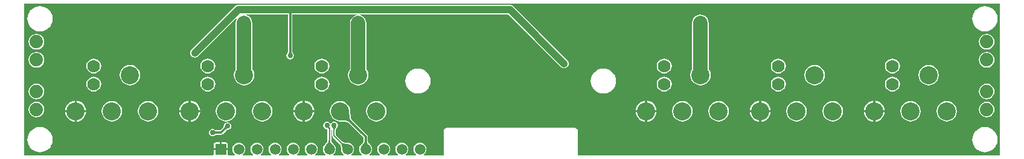
<source format=gtl>
G04 Layer_Physical_Order=1*
G04 Layer_Color=2232046*
%FSLAX25Y25*%
%MOIN*%
G70*
G01*
G75*
%ADD10C,0.00787*%
%ADD11C,0.07874*%
%ADD12C,0.03937*%
%ADD13C,0.01181*%
%ADD14C,0.07400*%
%ADD15C,0.05905*%
%ADD16R,0.05905X0.05905*%
%ADD17C,0.07000*%
%ADD18C,0.10000*%
%ADD19C,0.02953*%
G36*
X290605Y109440D02*
X290650Y109208D01*
X290723Y108969D01*
X290827Y108723D01*
X290960Y108471D01*
X291122Y108212D01*
X291314Y107947D01*
X291535Y107674D01*
X292067Y107109D01*
X287933D01*
X288214Y107395D01*
X288686Y107947D01*
X288878Y108212D01*
X289040Y108471D01*
X289173Y108723D01*
X289277Y108969D01*
X289350Y109208D01*
X289395Y109440D01*
X289409Y109665D01*
X290591D01*
X290605Y109440D01*
D02*
G37*
G36*
X270410Y109501D02*
X270461Y109291D01*
X270544Y109066D01*
X270661Y108828D01*
X270812Y108576D01*
X270996Y108310D01*
X271214Y108031D01*
X271749Y107430D01*
X272067Y107109D01*
X267933D01*
X268251Y107430D01*
X268786Y108031D01*
X269004Y108310D01*
X269188Y108576D01*
X269339Y108828D01*
X269456Y109066D01*
X269539Y109291D01*
X269590Y109501D01*
X269606Y109698D01*
X270394D01*
X270410Y109501D01*
D02*
G37*
G36*
X280908Y125149D02*
X281054Y123152D01*
X281147Y122606D01*
X281264Y122120D01*
X281403Y121693D01*
X281564Y121325D01*
X281748Y121018D01*
X281955Y120770D01*
X281120Y119935D01*
X280872Y120141D01*
X280564Y120326D01*
X280197Y120487D01*
X279770Y120626D01*
X279284Y120742D01*
X278737Y120836D01*
X278131Y120907D01*
X276741Y120981D01*
X275956Y120984D01*
X280905Y125934D01*
X280908Y125149D01*
D02*
G37*
G36*
X270004Y117404D02*
X269998Y117360D01*
X270001Y117313D01*
X270013Y117263D01*
X270034Y117209D01*
X270065Y117152D01*
X270105Y117092D01*
X270153Y117028D01*
X270211Y116962D01*
X270278Y116892D01*
X269722Y116335D01*
X269641Y116413D01*
X269493Y116541D01*
X269425Y116590D01*
X269361Y116630D01*
X269302Y116661D01*
X269246Y116683D01*
X269195Y116695D01*
X269149Y116697D01*
X269106Y116691D01*
X270019Y117445D01*
X270004Y117404D01*
D02*
G37*
G36*
X273549Y116930D02*
X273440Y116805D01*
X273344Y116679D01*
X273261Y116554D01*
X273191Y116428D01*
X273133Y116303D01*
X273089Y116178D01*
X273057Y116052D01*
X273037Y115927D01*
X273031Y115801D01*
X272243D01*
X272237Y115927D01*
X272218Y116052D01*
X272186Y116178D01*
X272141Y116303D01*
X272084Y116428D01*
X272013Y116554D01*
X271930Y116679D01*
X271834Y116805D01*
X271725Y116930D01*
X271604Y117056D01*
X273671D01*
X273549Y116930D01*
D02*
G37*
G36*
X640107Y101626D02*
X407137D01*
Y115157D01*
X407014Y115780D01*
X406661Y116307D01*
X406134Y116659D01*
X405512Y116783D01*
X334646D01*
X334023Y116659D01*
X333496Y116307D01*
X333144Y115780D01*
X333020Y115157D01*
Y101626D01*
X322260D01*
X322090Y102126D01*
X322534Y102466D01*
X323103Y103208D01*
X323461Y104073D01*
X323583Y105000D01*
X323461Y105927D01*
X323103Y106792D01*
X322534Y107534D01*
X321792Y108103D01*
X320927Y108461D01*
X320000Y108583D01*
X319073Y108461D01*
X318208Y108103D01*
X317466Y107534D01*
X316897Y106792D01*
X316539Y105927D01*
X316417Y105000D01*
X316539Y104073D01*
X316897Y103208D01*
X317466Y102466D01*
X317910Y102126D01*
X317740Y101626D01*
X312260D01*
X312090Y102126D01*
X312534Y102466D01*
X313103Y103208D01*
X313461Y104073D01*
X313583Y105000D01*
X313461Y105927D01*
X313103Y106792D01*
X312534Y107534D01*
X311792Y108103D01*
X310927Y108461D01*
X310000Y108583D01*
X309073Y108461D01*
X308208Y108103D01*
X307466Y107534D01*
X306897Y106792D01*
X306539Y105927D01*
X306417Y105000D01*
X306539Y104073D01*
X306897Y103208D01*
X307466Y102466D01*
X307910Y102126D01*
X307740Y101626D01*
X302260D01*
X302090Y102126D01*
X302534Y102466D01*
X303103Y103208D01*
X303461Y104073D01*
X303583Y105000D01*
X303461Y105927D01*
X303103Y106792D01*
X302534Y107534D01*
X301792Y108103D01*
X300927Y108461D01*
X300000Y108583D01*
X299073Y108461D01*
X298208Y108103D01*
X297466Y107534D01*
X296897Y106792D01*
X296539Y105927D01*
X296417Y105000D01*
X296539Y104073D01*
X296897Y103208D01*
X297466Y102466D01*
X297910Y102126D01*
X297740Y101626D01*
X292260D01*
X292090Y102126D01*
X292534Y102466D01*
X293103Y103208D01*
X293461Y104073D01*
X293583Y105000D01*
X293461Y105927D01*
X293103Y106792D01*
X292561Y107499D01*
X292540Y107554D01*
X292025Y108102D01*
X291830Y108342D01*
X291661Y108575D01*
X291523Y108796D01*
X291414Y109001D01*
X291334Y109192D01*
X291281Y109365D01*
X291251Y109522D01*
X291239Y109707D01*
X291214Y109757D01*
Y111890D01*
X291214Y111890D01*
X291122Y112354D01*
X290858Y112748D01*
X290858Y112748D01*
X282469Y121137D01*
X282454Y121186D01*
X282280Y121395D01*
X282142Y121624D01*
X282010Y121924D01*
X281889Y122296D01*
X281784Y122737D01*
X281699Y123231D01*
X281558Y125174D01*
X281555Y125937D01*
X281549Y125950D01*
X281554Y125984D01*
X281361Y127446D01*
X280797Y128808D01*
X279900Y129978D01*
X278730Y130876D01*
X277367Y131440D01*
X275905Y131633D01*
X274444Y131440D01*
X273081Y130876D01*
X271912Y129978D01*
X271014Y128808D01*
X270450Y127446D01*
X270257Y125984D01*
X270450Y124522D01*
X271014Y123160D01*
X271912Y121990D01*
X273081Y121093D01*
X274444Y120528D01*
X275905Y120336D01*
X275940Y120341D01*
X275953Y120335D01*
X276722Y120332D01*
X278076Y120260D01*
X278644Y120193D01*
X279153Y120106D01*
X279594Y120001D01*
X279965Y119880D01*
X280266Y119747D01*
X280495Y119610D01*
X280704Y119436D01*
X280752Y119421D01*
X288786Y111387D01*
Y109757D01*
X288761Y109707D01*
X288749Y109522D01*
X288719Y109365D01*
X288666Y109192D01*
X288586Y109001D01*
X288477Y108796D01*
X288339Y108575D01*
X288175Y108349D01*
X287735Y107834D01*
X287469Y107563D01*
X287448Y107510D01*
X286897Y106792D01*
X286539Y105927D01*
X286417Y105000D01*
X286539Y104073D01*
X286897Y103208D01*
X287466Y102466D01*
X287910Y102126D01*
X287740Y101626D01*
X282260D01*
X282090Y102126D01*
X282534Y102466D01*
X283103Y103208D01*
X283461Y104073D01*
X283583Y105000D01*
X283461Y105927D01*
X283103Y106792D01*
X282534Y107534D01*
X281792Y108103D01*
X280927Y108461D01*
X280026Y108580D01*
X279974Y108602D01*
X279539Y108604D01*
X278774Y108648D01*
X278462Y108687D01*
X278183Y108738D01*
X277945Y108798D01*
X277750Y108864D01*
X277598Y108934D01*
X277489Y109001D01*
X277375Y109097D01*
X277318Y109115D01*
X273650Y112782D01*
Y115707D01*
X273679Y115768D01*
X273684Y115861D01*
X273694Y115922D01*
X273710Y115988D01*
X273735Y116058D01*
X273770Y116134D01*
X273816Y116215D01*
X273873Y116302D01*
X273944Y116394D01*
X274028Y116491D01*
X274137Y116604D01*
X274150Y116637D01*
X274593Y117300D01*
X274754Y118110D01*
X274593Y118920D01*
X274134Y119607D01*
X273447Y120066D01*
X272637Y120227D01*
X271827Y120066D01*
X271140Y119607D01*
X270970Y119352D01*
X270368D01*
X270198Y119607D01*
X269511Y120066D01*
X268701Y120227D01*
X267891Y120066D01*
X267204Y119607D01*
X266745Y118920D01*
X266584Y118110D01*
X266745Y117300D01*
X267204Y116613D01*
X267891Y116154D01*
X268701Y115993D01*
X268987Y115758D01*
Y109807D01*
X268959Y109753D01*
X268947Y109605D01*
X268917Y109480D01*
X268859Y109324D01*
X268767Y109138D01*
X268642Y108928D01*
X268480Y108695D01*
X268287Y108447D01*
X267777Y107875D01*
X267472Y107566D01*
X267450Y107513D01*
X266897Y106792D01*
X266539Y105927D01*
X266417Y105000D01*
X266539Y104073D01*
X266897Y103208D01*
X267466Y102466D01*
X267910Y102126D01*
X267740Y101626D01*
X262260D01*
X262090Y102126D01*
X262534Y102466D01*
X263103Y103208D01*
X263461Y104073D01*
X263583Y105000D01*
X263461Y105927D01*
X263103Y106792D01*
X262534Y107534D01*
X261792Y108103D01*
X260927Y108461D01*
X260000Y108583D01*
X259073Y108461D01*
X258208Y108103D01*
X257466Y107534D01*
X256897Y106792D01*
X256539Y105927D01*
X256417Y105000D01*
X256539Y104073D01*
X256897Y103208D01*
X257466Y102466D01*
X257910Y102126D01*
X257740Y101626D01*
X252260D01*
X252090Y102126D01*
X252534Y102466D01*
X253103Y103208D01*
X253461Y104073D01*
X253583Y105000D01*
X253461Y105927D01*
X253103Y106792D01*
X252534Y107534D01*
X251792Y108103D01*
X250927Y108461D01*
X250000Y108583D01*
X249073Y108461D01*
X248208Y108103D01*
X247466Y107534D01*
X246897Y106792D01*
X246539Y105927D01*
X246417Y105000D01*
X246539Y104073D01*
X246897Y103208D01*
X247466Y102466D01*
X247910Y102126D01*
X247740Y101626D01*
X242260D01*
X242090Y102126D01*
X242534Y102466D01*
X243103Y103208D01*
X243461Y104073D01*
X243583Y105000D01*
X243461Y105927D01*
X243103Y106792D01*
X242534Y107534D01*
X241792Y108103D01*
X240927Y108461D01*
X240000Y108583D01*
X239073Y108461D01*
X238208Y108103D01*
X237466Y107534D01*
X236897Y106792D01*
X236539Y105927D01*
X236417Y105000D01*
X236539Y104073D01*
X236897Y103208D01*
X237466Y102466D01*
X237910Y102126D01*
X237740Y101626D01*
X232260D01*
X232090Y102126D01*
X232534Y102466D01*
X233103Y103208D01*
X233461Y104073D01*
X233583Y105000D01*
X233461Y105927D01*
X233103Y106792D01*
X232534Y107534D01*
X231792Y108103D01*
X230927Y108461D01*
X230000Y108583D01*
X229073Y108461D01*
X228208Y108103D01*
X227466Y107534D01*
X226897Y106792D01*
X226539Y105927D01*
X226417Y105000D01*
X226539Y104073D01*
X226897Y103208D01*
X227466Y102466D01*
X227910Y102126D01*
X227740Y101626D01*
X222260D01*
X222090Y102126D01*
X222534Y102466D01*
X223103Y103208D01*
X223461Y104073D01*
X223583Y105000D01*
X223461Y105927D01*
X223103Y106792D01*
X222534Y107534D01*
X221792Y108103D01*
X220927Y108461D01*
X220000Y108583D01*
X219073Y108461D01*
X218208Y108103D01*
X217466Y107534D01*
X216897Y106792D01*
X216539Y105927D01*
X216417Y105000D01*
X216539Y104073D01*
X216897Y103208D01*
X217466Y102466D01*
X217910Y102126D01*
X217740Y101626D01*
X214174D01*
X213756Y102047D01*
Y104409D01*
X206244D01*
Y102047D01*
X205826Y101626D01*
X101626D01*
Y185382D01*
X640107D01*
Y101626D01*
D02*
G37*
G36*
X271561Y115796D02*
X271624Y115663D01*
Y112363D01*
X271701Y111975D01*
X271921Y111646D01*
X275885Y107682D01*
X275903Y107625D01*
X275999Y107511D01*
X276066Y107402D01*
X276136Y107250D01*
X276202Y107055D01*
X276262Y106817D01*
X276313Y106538D01*
X276352Y106226D01*
X276396Y105461D01*
X276398Y105026D01*
X276420Y104974D01*
X276539Y104073D01*
X276897Y103208D01*
X277466Y102466D01*
X277910Y102126D01*
X277740Y101626D01*
X272260D01*
X272090Y102126D01*
X272534Y102466D01*
X273103Y103208D01*
X273461Y104073D01*
X273583Y105000D01*
X273461Y105927D01*
X273103Y106792D01*
X272550Y107513D01*
X272529Y107566D01*
X272222Y107875D01*
X271713Y108447D01*
X271520Y108695D01*
X271358Y108928D01*
X271233Y109138D01*
X271141Y109324D01*
X271083Y109480D01*
X271053Y109605D01*
X271041Y109753D01*
X271013Y109807D01*
Y115559D01*
X271036Y115613D01*
X271042Y115622D01*
X271082Y115663D01*
X271513Y115834D01*
X271561Y115796D01*
D02*
G37*
G36*
X277107Y108473D02*
X277292Y108360D01*
X277510Y108260D01*
X277761Y108175D01*
X278046Y108103D01*
X278364Y108045D01*
X278715Y108001D01*
X279519Y107955D01*
X279971Y107953D01*
X277047Y105029D01*
X277045Y105481D01*
X276999Y106285D01*
X276955Y106636D01*
X276897Y106955D01*
X276825Y107239D01*
X276740Y107490D01*
X276640Y107708D01*
X276527Y107893D01*
X276400Y108044D01*
X276956Y108600D01*
X277107Y108473D01*
D02*
G37*
%LPC*%
G36*
X232913Y131633D02*
X231452Y131440D01*
X230089Y130876D01*
X228919Y129978D01*
X228022Y128808D01*
X227457Y127446D01*
X227265Y125984D01*
X227457Y124522D01*
X228022Y123160D01*
X228919Y121990D01*
X230089Y121093D01*
X231452Y120528D01*
X232913Y120336D01*
X234375Y120528D01*
X235738Y121093D01*
X236907Y121990D01*
X237805Y123160D01*
X238369Y124522D01*
X238562Y125984D01*
X238369Y127446D01*
X237805Y128808D01*
X236907Y129978D01*
X235738Y130876D01*
X234375Y131440D01*
X232913Y131633D01*
D02*
G37*
G36*
X295905D02*
X294444Y131440D01*
X293081Y130876D01*
X291912Y129978D01*
X291014Y128808D01*
X290450Y127446D01*
X290257Y125984D01*
X290450Y124522D01*
X291014Y123160D01*
X291912Y121990D01*
X293081Y121093D01*
X294444Y120528D01*
X295905Y120336D01*
X297367Y120528D01*
X298730Y121093D01*
X299900Y121990D01*
X300797Y123160D01*
X301361Y124522D01*
X301554Y125984D01*
X301361Y127446D01*
X300797Y128808D01*
X299900Y129978D01*
X298730Y130876D01*
X297367Y131440D01*
X295905Y131633D01*
D02*
G37*
G36*
X464882D02*
X463420Y131440D01*
X462058Y130876D01*
X460888Y129978D01*
X459990Y128808D01*
X459426Y127446D01*
X459234Y125984D01*
X459426Y124522D01*
X459990Y123160D01*
X460888Y121990D01*
X462058Y121093D01*
X463420Y120528D01*
X464882Y120336D01*
X466344Y120528D01*
X467706Y121093D01*
X468876Y121990D01*
X469773Y123160D01*
X470338Y124522D01*
X470530Y125984D01*
X470338Y127446D01*
X469773Y128808D01*
X468876Y129978D01*
X467706Y130876D01*
X466344Y131440D01*
X464882Y131633D01*
D02*
G37*
G36*
X149921D02*
X148459Y131440D01*
X147097Y130876D01*
X145927Y129978D01*
X145030Y128808D01*
X144465Y127446D01*
X144273Y125984D01*
X144465Y124522D01*
X145030Y123160D01*
X145927Y121990D01*
X147097Y121093D01*
X148459Y120528D01*
X149921Y120336D01*
X151383Y120528D01*
X152745Y121093D01*
X153915Y121990D01*
X154813Y123160D01*
X155377Y124522D01*
X155570Y125984D01*
X155377Y127446D01*
X154813Y128808D01*
X153915Y129978D01*
X152745Y130876D01*
X151383Y131440D01*
X149921Y131633D01*
D02*
G37*
G36*
X576626Y125394D02*
X571457D01*
Y120225D01*
X572377Y120346D01*
X573785Y120929D01*
X574994Y121857D01*
X575921Y123066D01*
X576505Y124473D01*
X576626Y125394D01*
D02*
G37*
G36*
X212913Y131633D02*
X211452Y131440D01*
X210089Y130876D01*
X208919Y129978D01*
X208022Y128808D01*
X207457Y127446D01*
X207265Y125984D01*
X207457Y124522D01*
X208022Y123160D01*
X208919Y121990D01*
X210089Y121093D01*
X211452Y120528D01*
X212913Y120336D01*
X214375Y120528D01*
X215738Y121093D01*
X216907Y121990D01*
X217805Y123160D01*
X218369Y124522D01*
X218562Y125984D01*
X218369Y127446D01*
X217805Y128808D01*
X216907Y129978D01*
X215738Y130876D01*
X214375Y131440D01*
X212913Y131633D01*
D02*
G37*
G36*
X169921D02*
X168459Y131440D01*
X167097Y130876D01*
X165927Y129978D01*
X165030Y128808D01*
X164465Y127446D01*
X164273Y125984D01*
X164465Y124522D01*
X165030Y123160D01*
X165927Y121990D01*
X167097Y121093D01*
X168459Y120528D01*
X169921Y120336D01*
X171383Y120528D01*
X172745Y121093D01*
X173915Y121990D01*
X174813Y123160D01*
X175377Y124522D01*
X175570Y125984D01*
X175377Y127446D01*
X174813Y128808D01*
X173915Y129978D01*
X172745Y130876D01*
X171383Y131440D01*
X169921Y131633D01*
D02*
G37*
G36*
X484882D02*
X483420Y131440D01*
X482058Y130876D01*
X480888Y129978D01*
X479990Y128808D01*
X479426Y127446D01*
X479234Y125984D01*
X479426Y124522D01*
X479990Y123160D01*
X480888Y121990D01*
X482058Y121093D01*
X483420Y120528D01*
X484882Y120336D01*
X486344Y120528D01*
X487706Y121093D01*
X488876Y121990D01*
X489774Y123160D01*
X490338Y124522D01*
X490530Y125984D01*
X490338Y127446D01*
X489774Y128808D01*
X488876Y129978D01*
X487706Y130876D01*
X486344Y131440D01*
X484882Y131633D01*
D02*
G37*
G36*
X108268Y131227D02*
X107145Y131079D01*
X106099Y130646D01*
X105201Y129956D01*
X104512Y129058D01*
X104078Y128012D01*
X103931Y126890D01*
X104078Y125767D01*
X104512Y124721D01*
X105201Y123823D01*
X106099Y123134D01*
X107145Y122700D01*
X108268Y122553D01*
X109390Y122700D01*
X110436Y123134D01*
X111335Y123823D01*
X112024Y124721D01*
X112457Y125767D01*
X112605Y126890D01*
X112457Y128012D01*
X112024Y129058D01*
X111335Y129956D01*
X110436Y130646D01*
X109390Y131079D01*
X108268Y131227D01*
D02*
G37*
G36*
X632874D02*
X631751Y131079D01*
X630705Y130646D01*
X629807Y129956D01*
X629118Y129058D01*
X628685Y128012D01*
X628537Y126890D01*
X628685Y125767D01*
X629118Y124721D01*
X629807Y123823D01*
X630705Y123134D01*
X631751Y122700D01*
X632874Y122553D01*
X633996Y122700D01*
X635043Y123134D01*
X635941Y123823D01*
X636630Y124721D01*
X637063Y125767D01*
X637211Y126890D01*
X637063Y128012D01*
X636630Y129058D01*
X635941Y129956D01*
X635043Y130646D01*
X633996Y131079D01*
X632874Y131227D01*
D02*
G37*
G36*
X507283Y131744D02*
X506363Y131623D01*
X504955Y131040D01*
X503746Y130112D01*
X502819Y128903D01*
X502236Y127495D01*
X502114Y126575D01*
X507283D01*
Y131744D01*
D02*
G37*
G36*
X610866Y131633D02*
X609404Y131440D01*
X608042Y130876D01*
X606872Y129978D01*
X605974Y128808D01*
X605410Y127446D01*
X605218Y125984D01*
X605410Y124522D01*
X605974Y123160D01*
X606872Y121990D01*
X608042Y121093D01*
X609404Y120528D01*
X610866Y120336D01*
X612328Y120528D01*
X613690Y121093D01*
X614860Y121990D01*
X615758Y123160D01*
X616322Y124522D01*
X616514Y125984D01*
X616322Y127446D01*
X615758Y128808D01*
X614860Y129978D01*
X613690Y130876D01*
X612328Y131440D01*
X610866Y131633D01*
D02*
G37*
G36*
X527874D02*
X526412Y131440D01*
X525050Y130876D01*
X523880Y129978D01*
X522982Y128808D01*
X522418Y127446D01*
X522226Y125984D01*
X522418Y124522D01*
X522982Y123160D01*
X523880Y121990D01*
X525050Y121093D01*
X526412Y120528D01*
X527874Y120336D01*
X529336Y120528D01*
X530698Y121093D01*
X531868Y121990D01*
X532766Y123160D01*
X533330Y124522D01*
X533522Y125984D01*
X533330Y127446D01*
X532766Y128808D01*
X531868Y129978D01*
X530698Y130876D01*
X529336Y131440D01*
X527874Y131633D01*
D02*
G37*
G36*
X547874D02*
X546412Y131440D01*
X545050Y130876D01*
X543880Y129978D01*
X542982Y128808D01*
X542418Y127446D01*
X542226Y125984D01*
X542418Y124522D01*
X542982Y123160D01*
X543880Y121990D01*
X545050Y121093D01*
X546412Y120528D01*
X547874Y120336D01*
X549336Y120528D01*
X550698Y121093D01*
X551868Y121990D01*
X552766Y123160D01*
X553330Y124522D01*
X553522Y125984D01*
X553330Y127446D01*
X552766Y128808D01*
X551868Y129978D01*
X550698Y130876D01*
X549336Y131440D01*
X547874Y131633D01*
D02*
G37*
G36*
X590866D02*
X589404Y131440D01*
X588042Y130876D01*
X586872Y129978D01*
X585975Y128808D01*
X585410Y127446D01*
X585218Y125984D01*
X585410Y124522D01*
X585975Y123160D01*
X586872Y121990D01*
X588042Y121093D01*
X589404Y120528D01*
X590866Y120336D01*
X592328Y120528D01*
X593690Y121093D01*
X594860Y121990D01*
X595758Y123160D01*
X596322Y124522D01*
X596515Y125984D01*
X596322Y127446D01*
X595758Y128808D01*
X594860Y129978D01*
X593690Y130876D01*
X592328Y131440D01*
X590866Y131633D01*
D02*
G37*
G36*
X507283Y125394D02*
X502114D01*
X502236Y124473D01*
X502819Y123066D01*
X503746Y121857D01*
X504955Y120929D01*
X506363Y120346D01*
X507283Y120225D01*
Y125394D01*
D02*
G37*
G36*
X631890Y117215D02*
X631858Y117202D01*
X631826Y117212D01*
X630591Y117091D01*
X630533Y117059D01*
X630466Y117066D01*
X629279Y116706D01*
X629227Y116663D01*
X629161Y116657D01*
X628067Y116072D01*
X628025Y116021D01*
X627961Y116001D01*
X627002Y115214D01*
X626971Y115155D01*
X626912Y115124D01*
X626125Y114165D01*
X626105Y114101D01*
X626054Y114059D01*
X625469Y112965D01*
X625463Y112898D01*
X625420Y112847D01*
X625060Y111660D01*
X625067Y111593D01*
X625035Y111535D01*
X624914Y110300D01*
X624933Y110236D01*
X624914Y110173D01*
X625035Y108938D01*
X625067Y108879D01*
X625060Y108813D01*
X625420Y107625D01*
X625463Y107574D01*
X625469Y107508D01*
X626054Y106413D01*
X626105Y106371D01*
X626125Y106308D01*
X626912Y105349D01*
X626971Y105317D01*
X627002Y105258D01*
X627961Y104471D01*
X628025Y104452D01*
X628067Y104401D01*
X629161Y103816D01*
X629227Y103809D01*
X629279Y103767D01*
X630466Y103407D01*
X630533Y103413D01*
X630591Y103382D01*
X631826Y103260D01*
X631858Y103270D01*
X631890Y103257D01*
X631921Y103270D01*
X631953Y103260D01*
X633188Y103382D01*
X633247Y103413D01*
X633313Y103407D01*
X634501Y103767D01*
X634552Y103809D01*
X634618Y103816D01*
X635712Y104401D01*
X635755Y104452D01*
X635818Y104471D01*
X636777Y105258D01*
X636809Y105317D01*
X636868Y105349D01*
X637655Y106308D01*
X637674Y106371D01*
X637725Y106413D01*
X638310Y107508D01*
X638317Y107574D01*
X638359Y107625D01*
X638719Y108813D01*
X638713Y108879D01*
X638744Y108938D01*
X638866Y110173D01*
X638846Y110236D01*
X638866Y110300D01*
X638744Y111535D01*
X638713Y111593D01*
X638719Y111660D01*
X638359Y112847D01*
X638317Y112898D01*
X638310Y112965D01*
X637725Y114059D01*
X637674Y114101D01*
X637655Y114165D01*
X636868Y115124D01*
X636809Y115155D01*
X636777Y115214D01*
X635818Y116001D01*
X635755Y116021D01*
X635712Y116072D01*
X634618Y116657D01*
X634552Y116663D01*
X634501Y116706D01*
X633313Y117066D01*
X633247Y117059D01*
X633188Y117091D01*
X631953Y117212D01*
X631921Y117202D01*
X631890Y117215D01*
D02*
G37*
G36*
X570276Y125394D02*
X565106D01*
X565228Y124473D01*
X565811Y123066D01*
X566739Y121857D01*
X567947Y120929D01*
X569355Y120346D01*
X570276Y120225D01*
Y125394D01*
D02*
G37*
G36*
X513634Y125394D02*
X508464D01*
Y120225D01*
X509385Y120346D01*
X510793Y120929D01*
X512002Y121857D01*
X512929Y123066D01*
X513513Y124473D01*
X513634Y125394D01*
D02*
G37*
G36*
X110236Y117215D02*
X110205Y117202D01*
X110173Y117212D01*
X108938Y117091D01*
X108879Y117059D01*
X108813Y117066D01*
X107625Y116706D01*
X107574Y116663D01*
X107508Y116657D01*
X106413Y116072D01*
X106371Y116021D01*
X106308Y116001D01*
X105349Y115214D01*
X105317Y115155D01*
X105258Y115124D01*
X104471Y114165D01*
X104452Y114101D01*
X104401Y114059D01*
X103816Y112965D01*
X103809Y112898D01*
X103767Y112847D01*
X103407Y111660D01*
X103413Y111593D01*
X103382Y111535D01*
X103260Y110300D01*
X103279Y110236D01*
X103260Y110173D01*
X103382Y108938D01*
X103413Y108879D01*
X103407Y108813D01*
X103767Y107625D01*
X103809Y107574D01*
X103816Y107508D01*
X104401Y106413D01*
X104452Y106371D01*
X104471Y106308D01*
X105258Y105349D01*
X105317Y105317D01*
X105349Y105258D01*
X106308Y104471D01*
X106371Y104452D01*
X106413Y104401D01*
X107508Y103816D01*
X107574Y103809D01*
X107625Y103767D01*
X108813Y103407D01*
X108879Y103413D01*
X108938Y103382D01*
X110173Y103260D01*
X110205Y103270D01*
X110236Y103257D01*
X110267Y103270D01*
X110300Y103260D01*
X111535Y103382D01*
X111593Y103413D01*
X111660Y103407D01*
X112847Y103767D01*
X112898Y103809D01*
X112965Y103816D01*
X114059Y104401D01*
X114101Y104452D01*
X114165Y104471D01*
X115124Y105258D01*
X115155Y105317D01*
X115214Y105349D01*
X116001Y106308D01*
X116021Y106371D01*
X116072Y106413D01*
X116657Y107508D01*
X116663Y107574D01*
X116706Y107625D01*
X117066Y108813D01*
X117059Y108879D01*
X117091Y108938D01*
X117212Y110173D01*
X117193Y110236D01*
X117212Y110300D01*
X117091Y111535D01*
X117059Y111593D01*
X117066Y111660D01*
X116706Y112847D01*
X116663Y112898D01*
X116657Y112965D01*
X116072Y114059D01*
X116021Y114101D01*
X116001Y114165D01*
X115214Y115124D01*
X115155Y115155D01*
X115124Y115214D01*
X114165Y116001D01*
X114101Y116021D01*
X114059Y116072D01*
X112965Y116657D01*
X112898Y116663D01*
X112847Y116706D01*
X111660Y117066D01*
X111593Y117059D01*
X111535Y117091D01*
X110300Y117212D01*
X110267Y117202D01*
X110236Y117215D01*
D02*
G37*
G36*
X209409Y108756D02*
X207047D01*
X206740Y108695D01*
X206480Y108520D01*
X206306Y108260D01*
X206244Y107953D01*
Y105591D01*
X209409D01*
Y108756D01*
D02*
G37*
G36*
X212953D02*
X210591D01*
Y105591D01*
X213756D01*
Y107953D01*
X213695Y108260D01*
X213520Y108520D01*
X213260Y108695D01*
X212953Y108756D01*
D02*
G37*
G36*
X213779Y119833D02*
X212969Y119672D01*
X212282Y119213D01*
X211823Y118526D01*
X211671Y117761D01*
X211654Y117723D01*
X211651Y117629D01*
X211643Y117565D01*
X211629Y117501D01*
X211610Y117438D01*
X211583Y117373D01*
X211549Y117306D01*
X211507Y117236D01*
X211455Y117163D01*
X211392Y117088D01*
X211306Y116996D01*
X211283Y116937D01*
X209733Y115387D01*
X207828D01*
X207770Y115413D01*
X207644Y115417D01*
X207547Y115426D01*
X207458Y115440D01*
X207379Y115460D01*
X207307Y115483D01*
X207243Y115510D01*
X207184Y115542D01*
X207130Y115577D01*
X207079Y115617D01*
X207010Y115681D01*
X206971Y115696D01*
X206322Y116129D01*
X205512Y116290D01*
X204702Y116129D01*
X204015Y115670D01*
X203556Y114983D01*
X203395Y114173D01*
X203556Y113363D01*
X204015Y112676D01*
X204702Y112217D01*
X205512Y112056D01*
X206322Y112217D01*
X206971Y112651D01*
X207010Y112665D01*
X207079Y112730D01*
X207130Y112770D01*
X207184Y112805D01*
X207243Y112836D01*
X207307Y112863D01*
X207379Y112887D01*
X207458Y112906D01*
X207547Y112920D01*
X207644Y112930D01*
X207770Y112934D01*
X207828Y112959D01*
X210236D01*
X210236Y112959D01*
X210701Y113052D01*
X211095Y113315D01*
X213000Y115220D01*
X213059Y115243D01*
X213151Y115329D01*
X213226Y115392D01*
X213299Y115444D01*
X213369Y115486D01*
X213436Y115520D01*
X213501Y115547D01*
X213564Y115566D01*
X213628Y115580D01*
X213692Y115588D01*
X213786Y115591D01*
X213825Y115608D01*
X214589Y115760D01*
X215276Y116219D01*
X215735Y116906D01*
X215896Y117716D01*
X215735Y118526D01*
X215276Y119213D01*
X214589Y119672D01*
X213779Y119833D01*
D02*
G37*
G36*
X192323Y125394D02*
X187154D01*
X187275Y124473D01*
X187858Y123066D01*
X188786Y121857D01*
X189995Y120929D01*
X191403Y120346D01*
X192323Y120225D01*
Y125394D01*
D02*
G37*
G36*
X444291Y125394D02*
X439122D01*
X439244Y124473D01*
X439827Y123066D01*
X440754Y121857D01*
X441963Y120929D01*
X443371Y120346D01*
X444291Y120225D01*
Y125394D01*
D02*
G37*
G36*
X198673Y125394D02*
X193504D01*
Y120225D01*
X194424Y120346D01*
X195832Y120929D01*
X197041Y121857D01*
X197969Y123066D01*
X198552Y124473D01*
X198673Y125394D01*
D02*
G37*
G36*
X261665D02*
X256496D01*
Y120225D01*
X257416Y120346D01*
X258824Y120929D01*
X260033Y121857D01*
X260961Y123066D01*
X261544Y124473D01*
X261665Y125394D01*
D02*
G37*
G36*
X135681Y125394D02*
X130512D01*
Y120225D01*
X131432Y120346D01*
X132840Y120929D01*
X134049Y121857D01*
X134976Y123066D01*
X135560Y124473D01*
X135681Y125394D01*
D02*
G37*
G36*
X255315Y125394D02*
X250146D01*
X250267Y124473D01*
X250850Y123066D01*
X251778Y121857D01*
X252987Y120929D01*
X254395Y120346D01*
X255315Y120225D01*
Y125394D01*
D02*
G37*
G36*
X450641Y125394D02*
X445472D01*
Y120225D01*
X446393Y120346D01*
X447801Y120929D01*
X449010Y121857D01*
X449937Y123066D01*
X450520Y124473D01*
X450641Y125394D01*
D02*
G37*
G36*
X129331Y125394D02*
X124162D01*
X124283Y124473D01*
X124866Y123066D01*
X125794Y121857D01*
X127003Y120929D01*
X128410Y120346D01*
X129331Y120225D01*
Y125394D01*
D02*
G37*
G36*
X265905Y155120D02*
X264835Y154979D01*
X263838Y154566D01*
X262981Y153908D01*
X262324Y153052D01*
X261911Y152055D01*
X261770Y150984D01*
X261911Y149914D01*
X262324Y148917D01*
X262981Y148060D01*
X263838Y147403D01*
X264835Y146990D01*
X265905Y146849D01*
X266976Y146990D01*
X267973Y147403D01*
X268830Y148060D01*
X269487Y148917D01*
X269900Y149914D01*
X270041Y150984D01*
X269900Y152055D01*
X269487Y153052D01*
X268830Y153908D01*
X267973Y154566D01*
X266976Y154979D01*
X265905Y155120D01*
D02*
G37*
G36*
X202913D02*
X201843Y154979D01*
X200846Y154566D01*
X199989Y153908D01*
X199332Y153052D01*
X198919Y152055D01*
X198778Y150984D01*
X198919Y149914D01*
X199332Y148917D01*
X199989Y148060D01*
X200846Y147403D01*
X201843Y146990D01*
X202913Y146849D01*
X203984Y146990D01*
X204981Y147403D01*
X205838Y148060D01*
X206495Y148917D01*
X206908Y149914D01*
X207049Y150984D01*
X206908Y152055D01*
X206495Y153052D01*
X205838Y153908D01*
X204981Y154566D01*
X203984Y154979D01*
X202913Y155120D01*
D02*
G37*
G36*
X517874D02*
X516804Y154979D01*
X515806Y154566D01*
X514950Y153908D01*
X514293Y153052D01*
X513880Y152055D01*
X513739Y150984D01*
X513880Y149914D01*
X514293Y148917D01*
X514950Y148060D01*
X515806Y147403D01*
X516804Y146990D01*
X517874Y146849D01*
X518944Y146990D01*
X519942Y147403D01*
X520798Y148060D01*
X521455Y148917D01*
X521869Y149914D01*
X522009Y150984D01*
X521869Y152055D01*
X521455Y153052D01*
X520798Y153908D01*
X519942Y154566D01*
X518944Y154979D01*
X517874Y155120D01*
D02*
G37*
G36*
X454882D02*
X453812Y154979D01*
X452814Y154566D01*
X451958Y153908D01*
X451301Y153052D01*
X450887Y152055D01*
X450746Y150984D01*
X450887Y149914D01*
X451301Y148917D01*
X451958Y148060D01*
X452814Y147403D01*
X453812Y146990D01*
X454882Y146849D01*
X455952Y146990D01*
X456950Y147403D01*
X457806Y148060D01*
X458463Y148917D01*
X458876Y149914D01*
X459017Y150984D01*
X458876Y152055D01*
X458463Y153052D01*
X457806Y153908D01*
X456950Y154566D01*
X455952Y154979D01*
X454882Y155120D01*
D02*
G37*
G36*
X139921D02*
X138851Y154979D01*
X137854Y154566D01*
X136997Y153908D01*
X136340Y153052D01*
X135927Y152055D01*
X135786Y150984D01*
X135927Y149914D01*
X136340Y148917D01*
X136997Y148060D01*
X137854Y147403D01*
X138851Y146990D01*
X139921Y146849D01*
X140992Y146990D01*
X141989Y147403D01*
X142845Y148060D01*
X143503Y148917D01*
X143916Y149914D01*
X144057Y150984D01*
X143916Y152055D01*
X143503Y153052D01*
X142845Y153908D01*
X141989Y154566D01*
X140992Y154979D01*
X139921Y155120D01*
D02*
G37*
G36*
X474803Y179379D02*
X473619Y179223D01*
X472515Y178766D01*
X471567Y178039D01*
X470840Y177091D01*
X470383Y175988D01*
X470227Y174803D01*
Y149117D01*
X469990Y148808D01*
X469426Y147446D01*
X469234Y145984D01*
X469426Y144522D01*
X469990Y143160D01*
X470888Y141990D01*
X472058Y141093D01*
X473420Y140528D01*
X474882Y140336D01*
X476344Y140528D01*
X477706Y141093D01*
X478876Y141990D01*
X479774Y143160D01*
X480338Y144522D01*
X480530Y145984D01*
X480338Y147446D01*
X479774Y148808D01*
X479379Y149322D01*
Y174803D01*
X479223Y175988D01*
X478766Y177091D01*
X478039Y178039D01*
X477091Y178766D01*
X475988Y179223D01*
X474803Y179379D01*
D02*
G37*
G36*
X159921Y151633D02*
X158459Y151440D01*
X157097Y150876D01*
X155927Y149978D01*
X155030Y148808D01*
X154465Y147446D01*
X154273Y145984D01*
X154465Y144522D01*
X155030Y143160D01*
X155927Y141990D01*
X157097Y141093D01*
X158459Y140528D01*
X159921Y140336D01*
X161383Y140528D01*
X162745Y141093D01*
X163915Y141990D01*
X164813Y143160D01*
X165377Y144522D01*
X165570Y145984D01*
X165377Y147446D01*
X164813Y148808D01*
X163915Y149978D01*
X162745Y150876D01*
X161383Y151440D01*
X159921Y151633D01*
D02*
G37*
G36*
X600866D02*
X599404Y151440D01*
X598042Y150876D01*
X596872Y149978D01*
X595974Y148808D01*
X595410Y147446D01*
X595218Y145984D01*
X595410Y144522D01*
X595974Y143160D01*
X596872Y141990D01*
X598042Y141093D01*
X599404Y140528D01*
X600866Y140336D01*
X602328Y140528D01*
X603690Y141093D01*
X604860Y141990D01*
X605758Y143160D01*
X606322Y144522D01*
X606515Y145984D01*
X606322Y147446D01*
X605758Y148808D01*
X604860Y149978D01*
X603690Y150876D01*
X602328Y151440D01*
X600866Y151633D01*
D02*
G37*
G36*
X537874D02*
X536412Y151440D01*
X535050Y150876D01*
X533880Y149978D01*
X532982Y148808D01*
X532418Y147446D01*
X532226Y145984D01*
X532418Y144522D01*
X532982Y143160D01*
X533880Y141990D01*
X535050Y141093D01*
X536412Y140528D01*
X537874Y140336D01*
X539336Y140528D01*
X540698Y141093D01*
X541868Y141990D01*
X542766Y143160D01*
X543330Y144522D01*
X543522Y145984D01*
X543330Y147446D01*
X542766Y148808D01*
X541868Y149978D01*
X540698Y150876D01*
X539336Y151440D01*
X537874Y151633D01*
D02*
G37*
G36*
X580866Y155120D02*
X579796Y154979D01*
X578798Y154566D01*
X577942Y153908D01*
X577285Y153052D01*
X576872Y152055D01*
X576731Y150984D01*
X576872Y149914D01*
X577285Y148917D01*
X577942Y148060D01*
X578798Y147403D01*
X579796Y146990D01*
X580866Y146849D01*
X581937Y146990D01*
X582934Y147403D01*
X583790Y148060D01*
X584447Y148917D01*
X584861Y149914D01*
X585002Y150984D01*
X584861Y152055D01*
X584447Y153052D01*
X583790Y153908D01*
X582934Y154566D01*
X581937Y154979D01*
X580866Y155120D01*
D02*
G37*
G36*
X632874Y168786D02*
X631751Y168638D01*
X630705Y168205D01*
X629807Y167516D01*
X629118Y166617D01*
X628685Y165571D01*
X628537Y164449D01*
X628685Y163326D01*
X629118Y162280D01*
X629807Y161382D01*
X630705Y160693D01*
X631751Y160259D01*
X632874Y160112D01*
X633996Y160259D01*
X635043Y160693D01*
X635941Y161382D01*
X636630Y162280D01*
X637063Y163326D01*
X637211Y164449D01*
X637063Y165571D01*
X636630Y166617D01*
X635941Y167516D01*
X635043Y168205D01*
X633996Y168638D01*
X632874Y168786D01*
D02*
G37*
G36*
X108268D02*
X107145Y168638D01*
X106099Y168205D01*
X105201Y167516D01*
X104512Y166617D01*
X104078Y165571D01*
X103931Y164449D01*
X104078Y163326D01*
X104512Y162280D01*
X105201Y161382D01*
X106099Y160693D01*
X107145Y160259D01*
X108268Y160112D01*
X109390Y160259D01*
X110436Y160693D01*
X111335Y161382D01*
X112024Y162280D01*
X112457Y163326D01*
X112605Y164449D01*
X112457Y165571D01*
X112024Y166617D01*
X111335Y167516D01*
X110436Y168205D01*
X109390Y168638D01*
X108268Y168786D01*
D02*
G37*
G36*
X631890Y184144D02*
X631858Y184132D01*
X631826Y184141D01*
X630591Y184020D01*
X630533Y183988D01*
X630466Y183995D01*
X629279Y183635D01*
X629227Y183592D01*
X629161Y183586D01*
X628067Y183001D01*
X628025Y182950D01*
X627961Y182930D01*
X627002Y182143D01*
X626971Y182085D01*
X626912Y182053D01*
X626125Y181094D01*
X626105Y181030D01*
X626054Y180988D01*
X625469Y179894D01*
X625463Y179828D01*
X625420Y179776D01*
X625060Y178589D01*
X625067Y178523D01*
X625035Y178464D01*
X624914Y177229D01*
X624933Y177165D01*
X624914Y177102D01*
X625035Y175867D01*
X625067Y175808D01*
X625060Y175742D01*
X625420Y174555D01*
X625463Y174503D01*
X625469Y174437D01*
X626054Y173343D01*
X626105Y173300D01*
X626125Y173237D01*
X626912Y172278D01*
X626971Y172246D01*
X627002Y172188D01*
X627961Y171400D01*
X628025Y171381D01*
X628067Y171330D01*
X629161Y170745D01*
X629227Y170738D01*
X629279Y170696D01*
X630466Y170336D01*
X630533Y170342D01*
X630591Y170311D01*
X631826Y170189D01*
X631858Y170199D01*
X631890Y170186D01*
X631921Y170199D01*
X631953Y170189D01*
X633188Y170311D01*
X633247Y170342D01*
X633313Y170336D01*
X634501Y170696D01*
X634552Y170738D01*
X634618Y170745D01*
X635712Y171330D01*
X635755Y171381D01*
X635818Y171400D01*
X636777Y172188D01*
X636809Y172246D01*
X636868Y172278D01*
X637655Y173237D01*
X637674Y173300D01*
X637725Y173343D01*
X638310Y174437D01*
X638317Y174503D01*
X638359Y174555D01*
X638719Y175742D01*
X638713Y175808D01*
X638744Y175867D01*
X638866Y177102D01*
X638846Y177165D01*
X638866Y177229D01*
X638744Y178464D01*
X638713Y178523D01*
X638719Y178589D01*
X638359Y179776D01*
X638317Y179828D01*
X638310Y179894D01*
X637725Y180988D01*
X637674Y181030D01*
X637655Y181094D01*
X636868Y182053D01*
X636809Y182085D01*
X636777Y182143D01*
X635818Y182930D01*
X635755Y182950D01*
X635712Y183001D01*
X634618Y183586D01*
X634552Y183592D01*
X634501Y183635D01*
X633313Y183995D01*
X633247Y183988D01*
X633188Y184020D01*
X631953Y184141D01*
X631921Y184132D01*
X631890Y184144D01*
D02*
G37*
G36*
X110236D02*
X110205Y184132D01*
X110173Y184141D01*
X108938Y184020D01*
X108879Y183988D01*
X108813Y183995D01*
X107625Y183635D01*
X107574Y183592D01*
X107508Y183586D01*
X106413Y183001D01*
X106371Y182950D01*
X106308Y182930D01*
X105349Y182143D01*
X105317Y182085D01*
X105258Y182053D01*
X104471Y181094D01*
X104452Y181030D01*
X104401Y180988D01*
X103816Y179894D01*
X103809Y179828D01*
X103767Y179776D01*
X103407Y178589D01*
X103413Y178523D01*
X103382Y178464D01*
X103260Y177229D01*
X103279Y177165D01*
X103260Y177102D01*
X103382Y175867D01*
X103413Y175808D01*
X103407Y175742D01*
X103767Y174555D01*
X103809Y174503D01*
X103816Y174437D01*
X104401Y173343D01*
X104452Y173300D01*
X104471Y173237D01*
X105258Y172278D01*
X105317Y172246D01*
X105349Y172188D01*
X106308Y171400D01*
X106371Y171381D01*
X106413Y171330D01*
X107508Y170745D01*
X107574Y170738D01*
X107625Y170696D01*
X108813Y170336D01*
X108879Y170342D01*
X108938Y170311D01*
X110173Y170189D01*
X110205Y170199D01*
X110236Y170186D01*
X110267Y170199D01*
X110300Y170189D01*
X111535Y170311D01*
X111593Y170342D01*
X111660Y170336D01*
X112847Y170696D01*
X112898Y170738D01*
X112965Y170745D01*
X114059Y171330D01*
X114101Y171381D01*
X114165Y171400D01*
X115124Y172188D01*
X115155Y172246D01*
X115214Y172278D01*
X116001Y173237D01*
X116021Y173300D01*
X116072Y173343D01*
X116657Y174437D01*
X116663Y174503D01*
X116706Y174555D01*
X117066Y175742D01*
X117059Y175808D01*
X117091Y175867D01*
X117212Y177102D01*
X117193Y177165D01*
X117212Y177229D01*
X117091Y178464D01*
X117059Y178523D01*
X117066Y178589D01*
X116706Y179776D01*
X116663Y179828D01*
X116657Y179894D01*
X116072Y180988D01*
X116021Y181030D01*
X116001Y181094D01*
X115214Y182053D01*
X115155Y182085D01*
X115124Y182143D01*
X114165Y182930D01*
X114101Y182950D01*
X114059Y183001D01*
X112965Y183586D01*
X112898Y183592D01*
X112847Y183635D01*
X111660Y183995D01*
X111593Y183988D01*
X111535Y184020D01*
X110300Y184141D01*
X110267Y184132D01*
X110236Y184144D01*
D02*
G37*
G36*
X632874Y158786D02*
X631751Y158638D01*
X630705Y158205D01*
X629807Y157516D01*
X629118Y156617D01*
X628685Y155571D01*
X628537Y154449D01*
X628685Y153326D01*
X629118Y152280D01*
X629807Y151382D01*
X630705Y150693D01*
X631751Y150259D01*
X632874Y150112D01*
X633996Y150259D01*
X635043Y150693D01*
X635941Y151382D01*
X636630Y152280D01*
X637063Y153326D01*
X637211Y154449D01*
X637063Y155571D01*
X636630Y156617D01*
X635941Y157516D01*
X635043Y158205D01*
X633996Y158638D01*
X632874Y158786D01*
D02*
G37*
G36*
X421260Y149696D02*
X421229Y149683D01*
X421196Y149692D01*
X419961Y149571D01*
X419903Y149540D01*
X419837Y149546D01*
X418649Y149186D01*
X418598Y149144D01*
X418531Y149137D01*
X417437Y148552D01*
X417395Y148501D01*
X417331Y148482D01*
X416372Y147694D01*
X416341Y147636D01*
X416282Y147604D01*
X415495Y146645D01*
X415476Y146581D01*
X415424Y146539D01*
X414839Y145445D01*
X414833Y145379D01*
X414790Y145327D01*
X414430Y144140D01*
X414437Y144074D01*
X414405Y144015D01*
X414284Y142780D01*
X414303Y142717D01*
X414284Y142653D01*
X414405Y141418D01*
X414437Y141359D01*
X414430Y141293D01*
X414790Y140106D01*
X414833Y140054D01*
X414839Y139988D01*
X415424Y138894D01*
X415476Y138852D01*
X415495Y138788D01*
X416282Y137829D01*
X416341Y137797D01*
X416372Y137739D01*
X417331Y136952D01*
X417395Y136932D01*
X417437Y136881D01*
X418531Y136296D01*
X418598Y136289D01*
X418649Y136247D01*
X419837Y135887D01*
X419903Y135893D01*
X419961Y135862D01*
X421196Y135740D01*
X421229Y135750D01*
X421260Y135737D01*
X421291Y135750D01*
X421323Y135740D01*
X422558Y135862D01*
X422617Y135893D01*
X422683Y135887D01*
X423871Y136247D01*
X423922Y136289D01*
X423988Y136296D01*
X425083Y136881D01*
X425125Y136932D01*
X425188Y136952D01*
X426148Y137739D01*
X426179Y137797D01*
X426238Y137829D01*
X427025Y138788D01*
X427044Y138852D01*
X427096Y138894D01*
X427680Y139988D01*
X427687Y140054D01*
X427729Y140106D01*
X428089Y141293D01*
X428083Y141359D01*
X428114Y141418D01*
X428236Y142653D01*
X428217Y142717D01*
X428236Y142780D01*
X428114Y144015D01*
X428083Y144074D01*
X428089Y144140D01*
X427729Y145327D01*
X427687Y145379D01*
X427680Y145445D01*
X427096Y146539D01*
X427044Y146581D01*
X427025Y146645D01*
X426238Y147604D01*
X426179Y147636D01*
X426148Y147694D01*
X425188Y148482D01*
X425125Y148501D01*
X425083Y148552D01*
X423988Y149137D01*
X423922Y149144D01*
X423871Y149186D01*
X422683Y149546D01*
X422617Y149540D01*
X422558Y149571D01*
X421323Y149692D01*
X421291Y149683D01*
X421260Y149696D01*
D02*
G37*
G36*
X318898D02*
X318866Y149683D01*
X318834Y149692D01*
X317599Y149571D01*
X317541Y149540D01*
X317474Y149546D01*
X316287Y149186D01*
X316235Y149144D01*
X316169Y149137D01*
X315075Y148552D01*
X315033Y148501D01*
X314969Y148482D01*
X314010Y147694D01*
X313979Y147636D01*
X313920Y147604D01*
X313133Y146645D01*
X313113Y146581D01*
X313062Y146539D01*
X312477Y145445D01*
X312471Y145379D01*
X312428Y145327D01*
X312068Y144140D01*
X312075Y144074D01*
X312043Y144015D01*
X311922Y142780D01*
X311941Y142717D01*
X311922Y142653D01*
X312043Y141418D01*
X312075Y141359D01*
X312068Y141293D01*
X312428Y140106D01*
X312471Y140054D01*
X312477Y139988D01*
X313062Y138894D01*
X313113Y138852D01*
X313133Y138788D01*
X313920Y137829D01*
X313979Y137797D01*
X314010Y137739D01*
X314969Y136952D01*
X315033Y136932D01*
X315075Y136881D01*
X316169Y136296D01*
X316235Y136289D01*
X316287Y136247D01*
X317474Y135887D01*
X317541Y135893D01*
X317599Y135862D01*
X318834Y135740D01*
X318866Y135750D01*
X318898Y135737D01*
X318929Y135750D01*
X318961Y135740D01*
X320196Y135862D01*
X320255Y135893D01*
X320321Y135887D01*
X321508Y136247D01*
X321560Y136289D01*
X321626Y136296D01*
X322720Y136881D01*
X322763Y136932D01*
X322826Y136952D01*
X323785Y137739D01*
X323817Y137797D01*
X323875Y137829D01*
X324663Y138788D01*
X324682Y138852D01*
X324733Y138894D01*
X325318Y139988D01*
X325325Y140054D01*
X325367Y140106D01*
X325727Y141293D01*
X325721Y141359D01*
X325752Y141418D01*
X325874Y142653D01*
X325854Y142717D01*
X325874Y142780D01*
X325752Y144015D01*
X325721Y144074D01*
X325727Y144140D01*
X325367Y145327D01*
X325325Y145379D01*
X325318Y145445D01*
X324733Y146539D01*
X324682Y146581D01*
X324663Y146645D01*
X323875Y147604D01*
X323817Y147636D01*
X323785Y147694D01*
X322826Y148482D01*
X322763Y148501D01*
X322720Y148552D01*
X321626Y149137D01*
X321560Y149144D01*
X321508Y149186D01*
X320321Y149546D01*
X320255Y149540D01*
X320196Y149571D01*
X318961Y149692D01*
X318929Y149683D01*
X318898Y149696D01*
D02*
G37*
G36*
X108268Y158786D02*
X107145Y158638D01*
X106099Y158205D01*
X105201Y157516D01*
X104512Y156617D01*
X104078Y155571D01*
X103931Y154449D01*
X104078Y153326D01*
X104512Y152280D01*
X105201Y151382D01*
X106099Y150693D01*
X107145Y150259D01*
X108268Y150112D01*
X109390Y150259D01*
X110436Y150693D01*
X111335Y151382D01*
X112024Y152280D01*
X112457Y153326D01*
X112605Y154449D01*
X112457Y155571D01*
X112024Y156617D01*
X111335Y157516D01*
X110436Y158205D01*
X109390Y158638D01*
X108268Y158786D01*
D02*
G37*
G36*
X369685Y184874D02*
X219685D01*
X219015Y184786D01*
X218390Y184527D01*
X217853Y184115D01*
X193837Y160100D01*
X193426Y159563D01*
X193167Y158938D01*
X193079Y158268D01*
X193167Y157597D01*
X193426Y156972D01*
X193837Y156436D01*
X194374Y156024D01*
X194999Y155765D01*
X195669Y155677D01*
X196340Y155765D01*
X196965Y156024D01*
X197501Y156436D01*
X218521Y177456D01*
X218898Y177125D01*
X218872Y177091D01*
X218414Y175988D01*
X218259Y174803D01*
Y149117D01*
X218022Y148808D01*
X217458Y147446D01*
X217265Y145984D01*
X217458Y144522D01*
X218022Y143160D01*
X218919Y141990D01*
X220089Y141093D01*
X221451Y140528D01*
X222913Y140336D01*
X224375Y140528D01*
X225738Y141093D01*
X226907Y141990D01*
X227805Y143160D01*
X228369Y144522D01*
X228562Y145984D01*
X228369Y147446D01*
X227805Y148808D01*
X227411Y149322D01*
Y174803D01*
X227255Y175988D01*
X226798Y177091D01*
X226070Y178039D01*
X225123Y178766D01*
X224019Y179223D01*
X224130Y179693D01*
X247117D01*
Y159103D01*
X247091Y159046D01*
X247087Y158920D01*
X247078Y158822D01*
X247063Y158734D01*
X247044Y158654D01*
X247021Y158583D01*
X246993Y158518D01*
X246962Y158459D01*
X246927Y158405D01*
X246887Y158354D01*
X246823Y158285D01*
X246808Y158246D01*
X246375Y157598D01*
X246214Y156787D01*
X246375Y155977D01*
X246834Y155290D01*
X247521Y154832D01*
X248331Y154670D01*
X249141Y154832D01*
X249828Y155290D01*
X250287Y155977D01*
X250448Y156787D01*
X250287Y157598D01*
X249853Y158246D01*
X249838Y158285D01*
X249774Y158354D01*
X249734Y158405D01*
X249699Y158459D01*
X249668Y158518D01*
X249641Y158583D01*
X249617Y158654D01*
X249598Y158734D01*
X249583Y158822D01*
X249574Y158920D01*
X249570Y159046D01*
X249545Y159103D01*
Y179693D01*
X285054D01*
X285087Y179193D01*
X284721Y179145D01*
X283617Y178688D01*
X282670Y177960D01*
X281942Y177013D01*
X281485Y175909D01*
X281329Y174724D01*
Y149220D01*
X281014Y148808D01*
X280450Y147446D01*
X280257Y145984D01*
X280450Y144522D01*
X281014Y143160D01*
X281911Y141990D01*
X283081Y141093D01*
X284444Y140528D01*
X285906Y140336D01*
X287367Y140528D01*
X288730Y141093D01*
X289899Y141990D01*
X290797Y143160D01*
X291361Y144522D01*
X291554Y145984D01*
X291361Y147446D01*
X290797Y148808D01*
X290482Y149220D01*
Y174724D01*
X290326Y175909D01*
X289869Y177013D01*
X289141Y177960D01*
X288194Y178688D01*
X287090Y179145D01*
X286724Y179193D01*
X286757Y179693D01*
X368612D01*
X397774Y150530D01*
X398311Y150119D01*
X398936Y149860D01*
X399606Y149772D01*
X400277Y149860D01*
X400902Y150119D01*
X401438Y150530D01*
X401850Y151067D01*
X402109Y151692D01*
X402197Y152362D01*
X402109Y153033D01*
X401850Y153657D01*
X401438Y154194D01*
X371517Y184115D01*
X370980Y184527D01*
X370356Y184786D01*
X369685Y184874D01*
D02*
G37*
G36*
X255315Y131744D02*
X254395Y131623D01*
X252987Y131040D01*
X251778Y130112D01*
X250850Y128903D01*
X250267Y127495D01*
X250146Y126575D01*
X255315D01*
Y131744D01*
D02*
G37*
G36*
X192323D02*
X191403Y131623D01*
X189995Y131040D01*
X188786Y130112D01*
X187858Y128903D01*
X187275Y127495D01*
X187154Y126575D01*
X192323D01*
Y131744D01*
D02*
G37*
G36*
X256496D02*
Y126575D01*
X261665D01*
X261544Y127495D01*
X260961Y128903D01*
X260033Y130112D01*
X258824Y131040D01*
X257416Y131623D01*
X256496Y131744D01*
D02*
G37*
G36*
X193504D02*
Y126575D01*
X198673D01*
X198552Y127495D01*
X197969Y128903D01*
X197041Y130112D01*
X195832Y131040D01*
X194424Y131623D01*
X193504Y131744D01*
D02*
G37*
G36*
X130512D02*
Y126575D01*
X135681D01*
X135560Y127495D01*
X134976Y128903D01*
X134049Y130112D01*
X132840Y131040D01*
X131432Y131623D01*
X130512Y131744D01*
D02*
G37*
G36*
X444291D02*
X443371Y131623D01*
X441963Y131040D01*
X440754Y130112D01*
X439827Y128903D01*
X439244Y127495D01*
X439122Y126575D01*
X444291D01*
Y131744D01*
D02*
G37*
G36*
X508464Y131744D02*
Y126575D01*
X513634D01*
X513513Y127495D01*
X512929Y128903D01*
X512002Y130112D01*
X510793Y131040D01*
X509385Y131623D01*
X508464Y131744D01*
D02*
G37*
G36*
X129331Y131744D02*
X128410Y131623D01*
X127003Y131040D01*
X125794Y130112D01*
X124866Y128903D01*
X124283Y127495D01*
X124162Y126575D01*
X129331D01*
Y131744D01*
D02*
G37*
G36*
X445472D02*
Y126575D01*
X450641D01*
X450520Y127495D01*
X449937Y128903D01*
X449010Y130112D01*
X447801Y131040D01*
X446393Y131623D01*
X445472Y131744D01*
D02*
G37*
G36*
X570276Y131744D02*
X569355Y131623D01*
X567947Y131040D01*
X566739Y130112D01*
X565811Y128903D01*
X565228Y127495D01*
X565106Y126575D01*
X570276D01*
Y131744D01*
D02*
G37*
G36*
X265905Y145120D02*
X264835Y144979D01*
X263838Y144566D01*
X262981Y143908D01*
X262324Y143052D01*
X261911Y142055D01*
X261770Y140984D01*
X261911Y139914D01*
X262324Y138917D01*
X262981Y138060D01*
X263838Y137403D01*
X264835Y136990D01*
X265905Y136849D01*
X266976Y136990D01*
X267973Y137403D01*
X268830Y138060D01*
X269487Y138917D01*
X269900Y139914D01*
X270041Y140984D01*
X269900Y142055D01*
X269487Y143052D01*
X268830Y143908D01*
X267973Y144566D01*
X266976Y144979D01*
X265905Y145120D01*
D02*
G37*
G36*
X202913D02*
X201843Y144979D01*
X200846Y144566D01*
X199989Y143908D01*
X199332Y143052D01*
X198919Y142055D01*
X198778Y140984D01*
X198919Y139914D01*
X199332Y138917D01*
X199989Y138060D01*
X200846Y137403D01*
X201843Y136990D01*
X202913Y136849D01*
X203984Y136990D01*
X204981Y137403D01*
X205838Y138060D01*
X206495Y138917D01*
X206908Y139914D01*
X207049Y140984D01*
X206908Y142055D01*
X206495Y143052D01*
X205838Y143908D01*
X204981Y144566D01*
X203984Y144979D01*
X202913Y145120D01*
D02*
G37*
G36*
X454882D02*
X453812Y144979D01*
X452814Y144566D01*
X451958Y143908D01*
X451301Y143052D01*
X450887Y142055D01*
X450746Y140984D01*
X450887Y139914D01*
X451301Y138917D01*
X451958Y138060D01*
X452814Y137403D01*
X453812Y136990D01*
X454882Y136849D01*
X455952Y136990D01*
X456950Y137403D01*
X457806Y138060D01*
X458463Y138917D01*
X458876Y139914D01*
X459017Y140984D01*
X458876Y142055D01*
X458463Y143052D01*
X457806Y143908D01*
X456950Y144566D01*
X455952Y144979D01*
X454882Y145120D01*
D02*
G37*
G36*
X580866D02*
X579796Y144979D01*
X578798Y144566D01*
X577942Y143908D01*
X577285Y143052D01*
X576872Y142055D01*
X576731Y140984D01*
X576872Y139914D01*
X577285Y138917D01*
X577942Y138060D01*
X578798Y137403D01*
X579796Y136990D01*
X580866Y136849D01*
X581937Y136990D01*
X582934Y137403D01*
X583790Y138060D01*
X584447Y138917D01*
X584861Y139914D01*
X585002Y140984D01*
X584861Y142055D01*
X584447Y143052D01*
X583790Y143908D01*
X582934Y144566D01*
X581937Y144979D01*
X580866Y145120D01*
D02*
G37*
G36*
X517874D02*
X516804Y144979D01*
X515806Y144566D01*
X514950Y143908D01*
X514293Y143052D01*
X513880Y142055D01*
X513739Y140984D01*
X513880Y139914D01*
X514293Y138917D01*
X514950Y138060D01*
X515806Y137403D01*
X516804Y136990D01*
X517874Y136849D01*
X518944Y136990D01*
X519942Y137403D01*
X520798Y138060D01*
X521455Y138917D01*
X521869Y139914D01*
X522009Y140984D01*
X521869Y142055D01*
X521455Y143052D01*
X520798Y143908D01*
X519942Y144566D01*
X518944Y144979D01*
X517874Y145120D01*
D02*
G37*
G36*
X139921D02*
X138851Y144979D01*
X137854Y144566D01*
X136997Y143908D01*
X136340Y143052D01*
X135927Y142055D01*
X135786Y140984D01*
X135927Y139914D01*
X136340Y138917D01*
X136997Y138060D01*
X137854Y137403D01*
X138851Y136990D01*
X139921Y136849D01*
X140992Y136990D01*
X141989Y137403D01*
X142845Y138060D01*
X143503Y138917D01*
X143916Y139914D01*
X144057Y140984D01*
X143916Y142055D01*
X143503Y143052D01*
X142845Y143908D01*
X141989Y144566D01*
X140992Y144979D01*
X139921Y145120D01*
D02*
G37*
G36*
X108268Y141227D02*
X107145Y141079D01*
X106099Y140646D01*
X105201Y139956D01*
X104512Y139058D01*
X104078Y138012D01*
X103931Y136890D01*
X104078Y135767D01*
X104512Y134721D01*
X105201Y133823D01*
X106099Y133134D01*
X107145Y132700D01*
X108268Y132553D01*
X109390Y132700D01*
X110436Y133134D01*
X111335Y133823D01*
X112024Y134721D01*
X112457Y135767D01*
X112605Y136890D01*
X112457Y138012D01*
X112024Y139058D01*
X111335Y139956D01*
X110436Y140646D01*
X109390Y141079D01*
X108268Y141227D01*
D02*
G37*
G36*
X571457Y131744D02*
Y126575D01*
X576626D01*
X576505Y127495D01*
X575921Y128903D01*
X574994Y130112D01*
X573785Y131040D01*
X572377Y131623D01*
X571457Y131744D01*
D02*
G37*
G36*
X632874Y141227D02*
X631751Y141079D01*
X630705Y140646D01*
X629807Y139956D01*
X629118Y139058D01*
X628685Y138012D01*
X628537Y136890D01*
X628685Y135767D01*
X629118Y134721D01*
X629807Y133823D01*
X630705Y133134D01*
X631751Y132700D01*
X632874Y132553D01*
X633996Y132700D01*
X635043Y133134D01*
X635941Y133823D01*
X636630Y134721D01*
X637063Y135767D01*
X637211Y136890D01*
X637063Y138012D01*
X636630Y139058D01*
X635941Y139956D01*
X635043Y140646D01*
X633996Y141079D01*
X632874Y141227D01*
D02*
G37*
%LPD*%
G36*
X206656Y115122D02*
X206752Y115047D01*
X206855Y114981D01*
X206964Y114923D01*
X207079Y114874D01*
X207201Y114835D01*
X207329Y114804D01*
X207463Y114781D01*
X207604Y114768D01*
X207751Y114764D01*
Y113583D01*
X207604Y113578D01*
X207463Y113565D01*
X207329Y113543D01*
X207201Y113512D01*
X207079Y113472D01*
X206964Y113423D01*
X206855Y113366D01*
X206752Y113299D01*
X206656Y113224D01*
X206566Y113140D01*
Y115207D01*
X206656Y115122D01*
D02*
G37*
G36*
X213765Y116240D02*
X213641Y116236D01*
X213520Y116221D01*
X213400Y116195D01*
X213283Y116159D01*
X213167Y116112D01*
X213053Y116054D01*
X212940Y115986D01*
X212829Y115906D01*
X212721Y115816D01*
X212614Y115716D01*
X211778Y116551D01*
X211879Y116658D01*
X211969Y116766D01*
X212049Y116877D01*
X212117Y116989D01*
X212175Y117104D01*
X212222Y117220D01*
X212258Y117337D01*
X212284Y117457D01*
X212299Y117578D01*
X212303Y117701D01*
X213765Y116240D01*
D02*
G37*
G36*
X248926Y158879D02*
X248939Y158739D01*
X248961Y158605D01*
X248992Y158477D01*
X249032Y158355D01*
X249081Y158240D01*
X249138Y158131D01*
X249205Y158028D01*
X249280Y157932D01*
X249364Y157842D01*
X247297D01*
X247381Y157932D01*
X247457Y158028D01*
X247523Y158131D01*
X247581Y158240D01*
X247629Y158355D01*
X247669Y158477D01*
X247700Y158605D01*
X247722Y158739D01*
X247736Y158879D01*
X247740Y159026D01*
X248921D01*
X248926Y158879D01*
D02*
G37*
D10*
X272637Y112363D02*
X280000Y105000D01*
X272637Y112363D02*
Y118110D01*
X268701Y117913D02*
Y118110D01*
Y117913D02*
X270000Y116613D01*
Y105000D02*
Y116613D01*
D11*
X474803Y146063D02*
Y174803D01*
Y146063D02*
X474882Y145984D01*
X285906D02*
Y174724D01*
X222835Y146063D02*
Y174803D01*
Y146063D02*
X222913Y145984D01*
D12*
X369685Y182283D02*
X399606Y152362D01*
X219685Y182283D02*
X369685D01*
X195669Y158268D02*
X219685Y182283D01*
D13*
X248331Y156787D02*
Y182189D01*
X205512Y114173D02*
X210236D01*
X213779Y117716D02*
Y117716D01*
X210236Y114173D02*
X213779Y117716D01*
X275905Y125984D02*
X290000Y111890D01*
Y105000D02*
Y111890D01*
D14*
X632874Y164449D02*
D03*
Y154449D02*
D03*
Y126890D02*
D03*
Y136890D02*
D03*
X108268Y164449D02*
D03*
Y154449D02*
D03*
Y126890D02*
D03*
Y136890D02*
D03*
D15*
X320000Y105000D02*
D03*
X310000D02*
D03*
X300000D02*
D03*
X290000D02*
D03*
X280000D02*
D03*
X270000D02*
D03*
X260000D02*
D03*
X250000D02*
D03*
X240000D02*
D03*
X230000D02*
D03*
X220000D02*
D03*
D16*
X210000D02*
D03*
D17*
X139921Y140984D02*
D03*
Y150984D02*
D03*
X202913Y140984D02*
D03*
Y150984D02*
D03*
X265905Y140984D02*
D03*
Y150984D02*
D03*
X454882Y140984D02*
D03*
Y150984D02*
D03*
X517874Y140984D02*
D03*
Y150984D02*
D03*
X580866Y140984D02*
D03*
Y150984D02*
D03*
D18*
X159921Y145984D02*
D03*
X169921Y125984D02*
D03*
X149921D02*
D03*
X129921D02*
D03*
X222913Y145984D02*
D03*
X232913Y125984D02*
D03*
X212913D02*
D03*
X192913D02*
D03*
X285906Y145984D02*
D03*
X295905Y125984D02*
D03*
X275905D02*
D03*
X255906D02*
D03*
X474882Y145984D02*
D03*
X484882Y125984D02*
D03*
X464882D02*
D03*
X444882D02*
D03*
X537874Y145984D02*
D03*
X547874Y125984D02*
D03*
X527874D02*
D03*
X507874D02*
D03*
X600866Y145984D02*
D03*
X610866Y125984D02*
D03*
X590866D02*
D03*
X570866D02*
D03*
D19*
X185039Y136811D02*
D03*
Y141732D02*
D03*
Y146653D02*
D03*
X360433Y150197D02*
D03*
X356102D02*
D03*
X360433Y145866D02*
D03*
X356102D02*
D03*
X360433Y141535D02*
D03*
X356102D02*
D03*
X360433Y137205D02*
D03*
X356102D02*
D03*
X244094Y136811D02*
D03*
X239173D02*
D03*
X234252D02*
D03*
X387795Y133858D02*
D03*
X374016Y123031D02*
D03*
X397638D02*
D03*
X426181Y107283D02*
D03*
X421260D02*
D03*
X416339D02*
D03*
X272637Y118110D02*
D03*
X268701Y118110D02*
D03*
X474803Y174803D02*
D03*
X399606Y152362D02*
D03*
X248331Y156787D02*
D03*
X285906Y174724D02*
D03*
X205512Y114173D02*
D03*
X213779Y117716D02*
D03*
X195669Y158268D02*
D03*
X222835Y174803D02*
D03*
M02*

</source>
